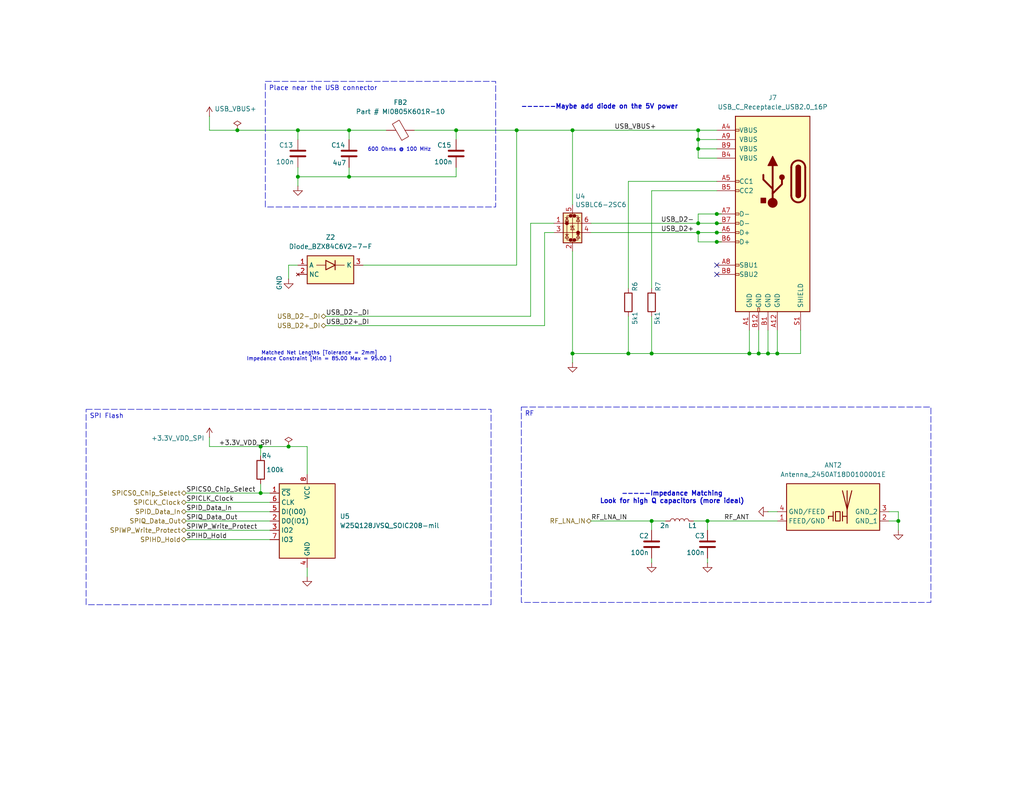
<source format=kicad_sch>
(kicad_sch (version 20231120) (generator "eeschema") (generator_version "8.0")
  (paper "USLetter")
  (lib_symbols
    (symbol "Connector:USB_C_Receptacle_USB2.0_16P" (pin_names (offset 1.016))
      (property "Reference" "J" (at 0 22.225 0))
      (property "Value" "USB_C_Receptacle_USB2.0_16P" (at 0 19.685 0))
      (symbol "USB_C_Receptacle_USB2.0_16P_0_0"
        (rectangle (start 3.556 -34.544) (end 4.064 -35.56))
        (rectangle (start 9.144 14.224) (end 10.16 13.716))
        (rectangle (start 10.16 -25.146) (end 9.144 -25.654))
        (rectangle (start 10.16 -22.606) (end 9.144 -23.114))
        (rectangle (start 10.16 -16.256) (end 9.144 -16.764))
        (rectangle (start 10.16 -13.716) (end 9.144 -14.224))
        (rectangle (start 10.16 -11.176) (end 9.144 -11.684))
        (rectangle (start 10.16 -8.636) (end 9.144 -9.144))
        (rectangle (start 10.16 -2.286) (end 9.144 -2.794))
        (rectangle (start 10.16 0.254) (end 9.144 -0.254))
      )
      (symbol "USB_C_Receptacle_USB2.0_16P_0_1"
        (rectangle (start -10.16 17.78) (end 10.16 -35.56) (stroke (width 0.254)) (fill (type background)))
        (arc (start -8.89 -3.81) (mid -6.985 -5.7067) (end -5.08 -3.81) (stroke (width 0.508)))
        (arc (start -7.62 -3.81) (mid -6.985 -4.4423) (end -6.35 -3.81) (stroke (width 0.254)))
        (arc (start -7.62 -3.81) (mid -6.985 -4.4423) (end -6.35 -3.81) (stroke (width 0.254)) (fill (type outline)))
        (rectangle (start -7.62 -3.81) (end -6.35 3.81) (stroke (width 0.254)) (fill (type outline)))
        (arc (start -6.35 3.81) (mid -6.985 4.4423) (end -7.62 3.81) (stroke (width 0.254)))
        (arc (start -6.35 3.81) (mid -6.985 4.4423) (end -7.62 3.81) (stroke (width 0.254)) (fill (type outline)))
        (arc (start -5.08 3.81) (mid -6.985 5.7067) (end -8.89 3.81) (stroke (width 0.508)))
        (circle (center -2.54 1.143) (radius 0.635) (stroke (width 0.254)) (fill (type outline)))
        (circle (center 0 -5.842) (radius 1.27) (fill (type outline)))
        (polyline (pts (xy -8.89 -3.81) (xy -8.89 3.81)) (stroke (width 0.508)))
        (polyline (pts (xy -5.08 3.81) (xy -5.08 -3.81)) (stroke (width 0.508)))
        (polyline (pts (xy 0 -5.842) (xy 0 4.318)) (stroke (width 0.508)))
        (polyline (pts (xy 0 -3.302) (xy -2.54 -0.762) (xy -2.54 0.508)) (stroke (width 0.508)))
        (polyline (pts (xy 0 -2.032) (xy 2.54 0.508) (xy 2.54 1.778)) (stroke (width 0.508)))
        (polyline (pts (xy -1.27 4.318) (xy 0 6.858) (xy 1.27 4.318) (xy -1.27 4.318)) (stroke (width 0.254)) (fill (type outline)))
        (rectangle (start 1.905 -5.842) (end 3.175 -4.572) (stroke (width 0.254)) (fill (type outline)))
      )
      (symbol "USB_C_Receptacle_USB2.0_16P_1_1"
        (pin passive line (at 6.35 -40.64 90) (length 5.08) (name "GND") (number "A1"))
        (pin passive line (at -1.27 -40.64 90) (length 5.08) (name "GND") (number "A12"))
        (pin passive line (at 15.24 13.97 180) (length 5.08) (name "VBUS") (number "A4"))
        (pin bidirectional line (at 15.24 0 180) (length 5.08) (name "CC1") (number "A5"))
        (pin bidirectional line (at 15.24 -13.97 180) (length 5.08) (name "D+") (number "A6"))
        (pin bidirectional line (at 15.24 -8.89 180) (length 5.08) (name "D-") (number "A7"))
        (pin bidirectional line (at 15.24 -22.86 180) (length 5.08) (name "SBU1") (number "A8"))
        (pin passive line (at 15.24 11.43 180) (length 5.08) (name "VBUS") (number "A9"))
        (pin passive line (at 1.27 -40.64 90) (length 5.08) (name "GND") (number "B1"))
        (pin passive line (at 3.81 -40.64 90) (length 5.08) (name "GND") (number "B12"))
        (pin passive line (at 15.24 6.35 180) (length 5.08) (name "VBUS") (number "B4"))
        (pin bidirectional line (at 15.24 -2.54 180) (length 5.08) (name "CC2") (number "B5"))
        (pin bidirectional line (at 15.24 -16.51 180) (length 5.08) (name "D+") (number "B6"))
        (pin bidirectional line (at 15.24 -11.43 180) (length 5.08) (name "D-") (number "B7"))
        (pin bidirectional line (at 15.24 -25.4 180) (length 5.08) (name "SBU2") (number "B8"))
        (pin passive line (at 15.24 8.89 180) (length 5.08) (name "VBUS") (number "B9"))
        (pin passive line (at -7.62 -40.64 90) (length 5.08) (name "SHIELD") (number "S1"))
      )
    )
    (symbol "Device:C" (pin_numbers hide) (pin_names (offset 0.254))
      (property "Reference" "C" (at 0.635 2.54 0))
      (property "Value" "C" (at 0.635 -2.54 0))
      (symbol "C_0_1"
        (polyline (pts (xy -2.032 -0.762) (xy 2.032 -0.762)) (stroke (width 0.508)))
        (polyline (pts (xy -2.032 0.762) (xy 2.032 0.762)) (stroke (width 0.508)))
      )
      (symbol "C_1_1"
        (pin passive line (at 0 3.81 270) (length 2.794) (name "~") (number "1"))
        (pin passive line (at 0 -3.81 90) (length 2.794) (name "~") (number "2"))
      )
    )
    (symbol "Device:FerriteBead" (pin_numbers hide) (pin_names (offset 0))
      (property "Reference" "FB" (at -3.81 0.635 90))
      (property "Value" "FerriteBead" (at 3.81 0 90))
      (symbol "FerriteBead_0_1"
        (polyline (pts (xy 0 -1.27) (xy 0 -1.2192)))
        (polyline (pts (xy 0 1.27) (xy 0 1.2954)))
        (polyline (pts (xy -2.7686 0.4064) (xy -1.7018 2.2606) (xy 2.7686 -0.3048) (xy 1.6764 -2.159) (xy -2.7686 0.4064)))
      )
      (symbol "FerriteBead_1_1"
        (pin passive line (at 0 3.81 270) (length 2.54) (name "~") (number "1"))
        (pin passive line (at 0 -3.81 90) (length 2.54) (name "~") (number "2"))
      )
    )
    (symbol "Device:L" (pin_numbers hide) (pin_names (offset 1.016) hide)
      (property "Reference" "L" (at -1.27 0 90))
      (property "Value" "L" (at 1.905 0 90))
      (symbol "L_0_1"
        (arc (start 0 -2.54) (mid 0.6323 -1.905) (end 0 -1.27))
        (arc (start 0 -1.27) (mid 0.6323 -0.635) (end 0 0))
        (arc (start 0 0) (mid 0.6323 0.635) (end 0 1.27))
        (arc (start 0 1.27) (mid 0.6323 1.905) (end 0 2.54))
      )
      (symbol "L_1_1"
        (pin passive line (at 0 3.81 270) (length 1.27) (name "1") (number "1"))
        (pin passive line (at 0 -3.81 90) (length 1.27) (name "2") (number "2"))
      )
    )
    (symbol "Device:R" (pin_numbers hide) (pin_names (offset 0))
      (property "Reference" "R" (at 2.032 0 90))
      (property "Value" "R" (at 0 0 90))
      (symbol "R_0_1"
        (rectangle (start -1.016 -2.54) (end 1.016 2.54) (stroke (width 0.254)))
      )
      (symbol "R_1_1"
        (pin passive line (at 0 3.81 270) (length 1.27) (name "~") (number "1"))
        (pin passive line (at 0 -3.81 90) (length 1.27) (name "~") (number "2"))
      )
    )
    (symbol "Memory_Flash:W25Q128JVS"
      (property "Reference" "U" (at -6.35 11.43 0))
      (property "Value" "W25Q128JVS" (at 7.62 11.43 0))
      (symbol "W25Q128JVS_0_1"
        (rectangle (start -7.62 10.16) (end 7.62 -10.16) (stroke (width 0.254)) (fill (type background)))
      )
      (symbol "W25Q128JVS_1_1"
        (pin input line (at -10.16 7.62 0) (length 2.54) (name "~{CS}") (number "1"))
        (pin bidirectional line (at -10.16 0 0) (length 2.54) (name "DO(IO1)") (number "2"))
        (pin bidirectional line (at -10.16 -2.54 0) (length 2.54) (name "IO2") (number "3"))
        (pin power_in line (at 0 -12.7 90) (length 2.54) (name "GND") (number "4"))
        (pin bidirectional line (at -10.16 2.54 0) (length 2.54) (name "DI(IO0)") (number "5"))
        (pin input line (at -10.16 5.08 0) (length 2.54) (name "CLK") (number "6"))
        (pin bidirectional line (at -10.16 -5.08 0) (length 2.54) (name "IO3") (number "7"))
        (pin power_in line (at 0 12.7 270) (length 2.54) (name "VCC") (number "8"))
      )
    )
    (symbol "Personal_Projects:Antenna_2450AT18D0100001E"
      (property "Reference" "ANT" (at 15.24 12.7 0))
      (property "Value" "Antenna_2450AT18D0100001E" (at 3.556 10.16 0))
      (symbol "Antenna_2450AT18D0100001E_0_1"
        (polyline (pts (xy 16.51 -1.27) (xy 16.51 -1.905)) (stroke (width 0.254)))
        (polyline (pts (xy 16.51 -1.27) (xy 17.78 -1.27)) (stroke (width 0.254)))
        (polyline (pts (xy 20.32 -1.27) (xy 21.59 -1.27)) (stroke (width 0.254)))
        (polyline (pts (xy 20.32 0) (xy 20.32 -2.54)) (stroke (width 0.254)))
        (polyline (pts (xy 21.59 -1.905) (xy 21.59 -1.27)))
        (polyline (pts (xy 21.59 5.715) (xy 21.59 -3.175)) (stroke (width 0.254)))
        (polyline (pts (xy 17.78 0) (xy 17.78 -2.54) (xy 17.78 -1.27)) (stroke (width 0.254)))
        (polyline (pts (xy 22.86 5.715) (xy 21.59 0.635) (xy 20.32 5.715)) (stroke (width 0.254)))
        (polyline (pts (xy 18.415 0) (xy 19.685 0) (xy 19.685 -2.54) (xy 18.415 -2.54) (xy 18.415 0)) (stroke (width 0.254)))
      )
      (symbol "Antenna_2450AT18D0100001E_1_1"
        (rectangle (start 5.08 7.62) (end 30.48 -5.08) (stroke (width 0.254)) (fill (type background)))
        (pin passive line (at 2.54 -2.54 0) (length 2.54) (name "FEED/GND") (number "1"))
        (pin passive line (at 33.02 -2.54 180) (length 2.54) (name "GND_1") (number "2"))
        (pin passive line (at 33.02 0 180) (length 2.54) (name "GND_2") (number "3"))
        (pin passive line (at 2.54 0 0) (length 2.54) (name "GND/FEED") (number "4"))
      )
    )
    (symbol "Personal_Projects:Diode_BZX84C6V2-7-F"
      (property "Reference" "Z" (at 7.366 7.62 0))
      (property "Value" "Diode_BZX84C6V2-7-F" (at 0.508 5.08 0))
      (symbol "Diode_BZX84C6V2-7-F_0_1"
        (polyline (pts (xy 5.08 0) (xy 7.62 0)))
        (polyline (pts (xy 10.16 0) (xy 12.7 0)))
        (polyline (pts (xy 10.16 1.27) (xy 10.16 -1.27)) (stroke (width 0.254)))
        (polyline (pts (xy 7.62 1.27) (xy 7.62 -1.27) (xy 10.16 0) (xy 7.62 1.27)) (stroke (width 0.254)))
      )
      (symbol "Diode_BZX84C6V2-7-F_1_1"
        (rectangle (start 2.54 2.54) (end 15.24 -5.08) (stroke (width 0.254)) (fill (type background)))
        (pin passive line (at 0 0 0) (length 2.54) (name "A") (number "1"))
        (pin no_connect line (at 0 -2.54 0) (length 2.54) (name "NC") (number "2"))
        (pin passive line (at 17.78 0 180) (length 2.54) (name "K") (number "3"))
      )
    )
    (symbol "Power_Protection:USBLC6-2SC6" (pin_names hide)
      (property "Reference" "U" (at 0.635 5.715 0))
      (property "Value" "USBLC6-2SC6" (at 0.635 3.81 0))
      (symbol "USBLC6-2SC6_0_0"
        (circle (center -1.524 0) (radius 0.0001) (stroke (width 0.508)))
        (circle (center -0.508 -4.572) (radius 0.0001) (stroke (width 0.508)))
        (circle (center -0.508 2.032) (radius 0.0001) (stroke (width 0.508)))
        (circle (center 0.508 -4.572) (radius 0.0001) (stroke (width 0.508)))
        (circle (center 0.508 2.032) (radius 0.0001) (stroke (width 0.508)))
        (circle (center 1.524 -2.54) (radius 0.0001) (stroke (width 0.508)))
      )
      (symbol "USBLC6-2SC6_0_1"
        (polyline (pts (xy -2.54 -2.54) (xy 2.54 -2.54)))
        (polyline (pts (xy -2.54 0) (xy 2.54 0)))
        (polyline (pts (xy -2.032 -3.048) (xy -1.016 -3.048)))
        (polyline (pts (xy -1.016 1.524) (xy -2.032 1.524)))
        (polyline (pts (xy 1.016 -3.048) (xy 2.032 -3.048)))
        (polyline (pts (xy 1.016 1.524) (xy 2.032 1.524)))
        (polyline (pts (xy -0.508 -1.143) (xy -0.508 -0.762) (xy 0.508 -0.762)))
        (polyline (pts (xy -2.032 0.508) (xy -1.016 0.508) (xy -1.524 1.524) (xy -2.032 0.508)))
        (polyline (pts (xy -1.016 -4.064) (xy -2.032 -4.064) (xy -1.524 -3.048) (xy -1.016 -4.064)))
        (polyline (pts (xy 0.508 -1.778) (xy -0.508 -1.778) (xy 0 -0.762) (xy 0.508 -1.778)))
        (polyline (pts (xy 2.032 -4.064) (xy 1.016 -4.064) (xy 1.524 -3.048) (xy 2.032 -4.064)))
        (polyline (pts (xy 2.032 0.508) (xy 1.016 0.508) (xy 1.524 1.524) (xy 2.032 0.508)))
        (polyline (pts (xy 0 2.54) (xy -0.508 2.032) (xy 0.508 2.032) (xy 0 1.524) (xy 0 -4.064) (xy -0.508 -4.572) (xy 0.508 -4.572) (xy 0 -5.08)))
      )
      (symbol "USBLC6-2SC6_1_1"
        (rectangle (start -2.54 2.794) (end 2.54 -5.334) (stroke (width 0.254)) (fill (type background)))
        (polyline (pts (xy -0.508 2.032) (xy -1.524 2.032) (xy -1.524 -4.572) (xy -0.508 -4.572)))
        (polyline (pts (xy 0.508 -4.572) (xy 1.524 -4.572) (xy 1.524 2.032) (xy 0.508 2.032)))
        (pin passive line (at -5.08 0 0) (length 2.54) (name "I/O1") (number "1"))
        (pin passive line (at 0 -7.62 90) (length 2.54) (name "GND") (number "2"))
        (pin passive line (at -5.08 -2.54 0) (length 2.54) (name "I/O2") (number "3"))
        (pin passive line (at 5.08 -2.54 180) (length 2.54) (name "I/O2") (number "4"))
        (pin passive line (at 0 5.08 270) (length 2.54) (name "VBUS") (number "5"))
        (pin passive line (at 5.08 0 180) (length 2.54) (name "I/O1") (number "6"))
      )
    )
    (symbol "power:+3.3V" (power) (pin_numbers hide) (pin_names (offset 0) hide)
      (property "Value" "+3.3V" (at 0 3.556 0))
      (symbol "+3.3V_0_1"
        (polyline (pts (xy -0.762 1.27) (xy 0 2.54)))
        (polyline (pts (xy 0 0) (xy 0 2.54)))
        (polyline (pts (xy 0 2.54) (xy 0.762 1.27)))
      )
      (symbol "+3.3V_1_1"
        (pin power_in line (at 0 0 90) (length 0) (name "~") (number "1"))
      )
    )
    (symbol "power:GND" (power) (pin_numbers hide) (pin_names (offset 0) hide)
      (property "Value" "GND" (at 0 -3.81 0))
      (symbol "GND_0_1"
        (polyline (pts (xy 0 0) (xy 0 -1.27) (xy 1.27 -1.27) (xy 0 -2.54) (xy -1.27 -1.27) (xy 0 -1.27)))
      )
      (symbol "GND_1_1"
        (pin power_in line (at 0 0 270) (length 0) (name "~") (number "1"))
      )
    )
    (symbol "power:PWR_FLAG" (power) (pin_numbers hide) (pin_names (offset 0) hide)
      (property "Value" "PWR_FLAG" (at 0 3.81 0))
      (symbol "PWR_FLAG_0_0"
        (pin power_out line (at 0 0 90) (length 0) (name "~") (number "1"))
      )
      (symbol "PWR_FLAG_0_1"
        (polyline (pts (xy 0 0) (xy 0 1.27) (xy -1.016 1.905) (xy 0 2.54) (xy 1.016 1.905) (xy 0 1.27)))
      )
    )
  )
  (junction (at 212.09 96.52))
  (junction (at 95.25 48.26))
  (junction (at 207.01 96.52))
  (junction (at 195.58 58.42))
  (junction (at 195.58 60.96))
  (junction (at 190.5 40.64))
  (junction (at 81.28 48.26))
  (junction (at 78.74 121.92))
  (junction (at 195.58 66.04))
  (junction (at 193.04 142.24))
  (junction (at 71.12 134.62))
  (junction (at 177.8 142.24))
  (junction (at 204.47 96.52))
  (junction (at 156.21 96.52))
  (junction (at 190.5 63.5))
  (junction (at 81.28 35.56))
  (junction (at 140.97 35.56))
  (junction (at 245.11 142.24))
  (junction (at 209.55 96.52))
  (junction (at 190.5 35.56))
  (junction (at 171.45 96.52))
  (junction (at 177.8 96.52))
  (junction (at 195.58 63.5))
  (junction (at 156.21 35.56))
  (junction (at 64.77 35.56))
  (junction (at 95.25 35.56))
  (junction (at 190.5 38.1))
  (junction (at 124.46 35.56))
  (junction (at 71.12 121.92))
  (junction (at 190.5 60.96))
  (no_connect (at 195.58 74.93))
  (no_connect (at 195.58 72.39))
  (wire (pts (xy 212.09 90.17) (xy 212.09 96.52)))
  (wire (pts (xy 95.25 45.72) (xy 95.25 48.26)))
  (wire (pts (xy 50.8 144.78) (xy 73.66 144.78)))
  (wire (pts (xy 156.21 35.56) (xy 190.5 35.56)))
  (wire (pts (xy 245.11 139.7) (xy 245.11 142.24)))
  (wire (pts (xy 57.15 35.56) (xy 57.15 31.75)))
  (wire (pts (xy 83.82 129.54) (xy 83.82 121.92)))
  (wire (pts (xy 78.74 121.92) (xy 83.82 121.92)))
  (wire (pts (xy 207.01 96.52) (xy 204.47 96.52)))
  (wire (pts (xy 71.12 121.92) (xy 78.74 121.92)))
  (wire (pts (xy 212.09 96.52) (xy 209.55 96.52)))
  (wire (pts (xy 156.21 35.56) (xy 156.21 55.88)))
  (wire (pts (xy 190.5 60.96) (xy 195.58 60.96)))
  (wire (pts (xy 161.29 63.5) (xy 190.5 63.5)))
  (wire (pts (xy 245.11 142.24) (xy 245.11 144.78)))
  (wire (pts (xy 81.28 45.72) (xy 81.28 48.26)))
  (wire (pts (xy 193.04 142.24) (xy 212.09 142.24)))
  (wire (pts (xy 71.12 134.62) (xy 73.66 134.62)))
  (wire (pts (xy 57.15 121.92) (xy 71.12 121.92)))
  (wire (pts (xy 209.55 90.17) (xy 209.55 96.52)))
  (wire (pts (xy 190.5 58.42) (xy 190.5 60.96)))
  (wire (pts (xy 195.58 63.5) (xy 196.85 63.5)))
  (wire (pts (xy 195.58 49.53) (xy 171.45 49.53)))
  (wire (pts (xy 177.8 142.24) (xy 161.29 142.24)))
  (wire (pts (xy 218.44 90.17) (xy 218.44 96.52)))
  (wire (pts (xy 144.78 60.96) (xy 151.13 60.96)))
  (wire (pts (xy 71.12 121.92) (xy 71.12 124.46)))
  (wire (pts (xy 140.97 35.56) (xy 140.97 72.39)))
  (wire (pts (xy 177.8 96.52) (xy 171.45 96.52)))
  (wire (pts (xy 242.57 139.7) (xy 245.11 139.7)))
  (wire (pts (xy 171.45 86.36) (xy 171.45 96.52)))
  (wire (pts (xy 57.15 119.38) (xy 57.15 121.92)))
  (wire (pts (xy 50.8 142.24) (xy 73.66 142.24)))
  (wire (pts (xy 190.5 40.64) (xy 195.58 40.64)))
  (wire (pts (xy 196.85 66.04) (xy 195.58 66.04)))
  (wire (pts (xy 95.25 48.26) (xy 124.46 48.26)))
  (wire (pts (xy 81.28 48.26) (xy 95.25 48.26)))
  (wire (pts (xy 99.06 72.39) (xy 140.97 72.39)))
  (wire (pts (xy 195.58 43.18) (xy 190.5 43.18)))
  (wire (pts (xy 190.5 43.18) (xy 190.5 40.64)))
  (wire (pts (xy 50.8 139.7) (xy 73.66 139.7)))
  (wire (pts (xy 190.5 66.04) (xy 190.5 63.5)))
  (wire (pts (xy 50.8 147.32) (xy 73.66 147.32)))
  (wire (pts (xy 161.29 60.96) (xy 190.5 60.96)))
  (wire (pts (xy 209.55 139.7) (xy 212.09 139.7)))
  (wire (pts (xy 189.23 142.24) (xy 193.04 142.24)))
  (wire (pts (xy 88.9 88.9) (xy 148.59 88.9)))
  (wire (pts (xy 140.97 35.56) (xy 156.21 35.56)))
  (wire (pts (xy 88.9 86.36) (xy 144.78 86.36)))
  (wire (pts (xy 50.8 134.62) (xy 71.12 134.62)))
  (wire (pts (xy 71.12 132.08) (xy 71.12 134.62)))
  (wire (pts (xy 177.8 152.4) (xy 177.8 153.67)))
  (wire (pts (xy 144.78 86.36) (xy 144.78 60.96)))
  (wire (pts (xy 156.21 96.52) (xy 156.21 99.06)))
  (wire (pts (xy 171.45 49.53) (xy 171.45 78.74)))
  (wire (pts (xy 195.58 52.07) (xy 177.8 52.07)))
  (wire (pts (xy 204.47 90.17) (xy 204.47 96.52)))
  (wire (pts (xy 83.82 154.94) (xy 83.82 157.48)))
  (wire (pts (xy 81.28 35.56) (xy 95.25 35.56)))
  (wire (pts (xy 181.61 142.24) (xy 177.8 142.24)))
  (wire (pts (xy 190.5 40.64) (xy 190.5 38.1)))
  (wire (pts (xy 177.8 86.36) (xy 177.8 96.52)))
  (wire (pts (xy 193.04 152.4) (xy 193.04 153.67)))
  (wire (pts (xy 95.25 35.56) (xy 105.41 35.56)))
  (wire (pts (xy 64.77 35.56) (xy 81.28 35.56)))
  (wire (pts (xy 177.8 96.52) (xy 204.47 96.52)))
  (wire (pts (xy 171.45 96.52) (xy 156.21 96.52)))
  (wire (pts (xy 81.28 35.56) (xy 81.28 38.1)))
  (wire (pts (xy 113.03 35.56) (xy 124.46 35.56)))
  (wire (pts (xy 50.8 137.16) (xy 73.66 137.16)))
  (wire (pts (xy 190.5 63.5) (xy 195.58 63.5)))
  (wire (pts (xy 177.8 142.24) (xy 177.8 144.78)))
  (wire (pts (xy 193.04 142.24) (xy 193.04 144.78)))
  (wire (pts (xy 57.15 35.56) (xy 64.77 35.56)))
  (wire (pts (xy 196.85 58.42) (xy 195.58 58.42)))
  (wire (pts (xy 124.46 35.56) (xy 124.46 38.1)))
  (wire (pts (xy 148.59 88.9) (xy 148.59 63.5)))
  (wire (pts (xy 242.57 142.24) (xy 245.11 142.24)))
  (wire (pts (xy 124.46 35.56) (xy 140.97 35.56)))
  (wire (pts (xy 78.74 72.39) (xy 78.74 76.2)))
  (wire (pts (xy 81.28 72.39) (xy 78.74 72.39)))
  (wire (pts (xy 218.44 96.52) (xy 212.09 96.52)))
  (wire (pts (xy 207.01 90.17) (xy 207.01 96.52)))
  (wire (pts (xy 195.58 60.96) (xy 196.85 60.96)))
  (wire (pts (xy 124.46 48.26) (xy 124.46 45.72)))
  (wire (pts (xy 195.58 58.42) (xy 190.5 58.42)))
  (wire (pts (xy 81.28 48.26) (xy 81.28 50.8)))
  (wire (pts (xy 195.58 66.04) (xy 190.5 66.04)))
  (wire (pts (xy 195.58 38.1) (xy 190.5 38.1)))
  (wire (pts (xy 156.21 68.58) (xy 156.21 96.52)))
  (wire (pts (xy 148.59 63.5) (xy 151.13 63.5)))
  (wire (pts (xy 190.5 35.56) (xy 195.58 35.56)))
  (wire (pts (xy 190.5 38.1) (xy 190.5 35.56)))
  (wire (pts (xy 177.8 52.07) (xy 177.8 78.74)))
  (wire (pts (xy 209.55 96.52) (xy 207.01 96.52)))
  (wire (pts (xy 95.25 35.56) (xy 95.25 38.1)))
  (text_box "SPI Flash" (at 23.495 111.76 0) (size 110.49 53.34) (stroke (width 0) (type dash)) (effects (font (size 1.27 1.27)) (justify left top)))
  (text_box "RF" (at 142.24 111.125 0) (size 111.76 53.34) (stroke (width 0) (type dash)) (effects (font (size 1.27 1.27)) (justify left top)))
  (text_box "Place near the USB connector" (at 72.39 22.225 0) (size 62.865 34.29) (stroke (width 0) (type dash)) (effects (font (size 1.27 1.27)) (justify left top)))
  (text "Matched Net Lengths [Tolerance = 2mm]\nImpedance Constraint [Min = 85.00 Max = 95.00 ]" (at 87.122 97.282 0) (effects (font (size 1 1))))
  (text "-----Impedance Matching\nLook for high Q capacitors (more ideal)" (at 183.388 135.89 0) (effects (font (size 1.27 1.27) (thickness 0.254) (bold yes))))
  (text "------Maybe add diode on the 5V power" (at 163.576 29.21 0) (effects (font (size 1.27 1.27) (thickness 0.254) (bold yes))))
  (text "600 Ohms @ 100 MHz" (at 108.966 40.894 0) (effects (font (size 1 1))))
  (label "SPICS0_Chip_Select" (at 50.8 134.62 0))
  (label "USB_VBUS+" (at 167.64 35.56 0))
  (label "RF_LNA_IN" (at 161.29 142.24 0))
  (label "SPICLK_Clock" (at 50.8 137.16 0))
  (label "SPIHD_Hold" (at 50.8 147.32 0))
  (label "USB_D2+" (at 180.34 63.5 0))
  (label "+3.3V_VDD_SPI" (at 59.69 121.92 0))
  (label "SPID_Data_In" (at 50.8 139.7 0))
  (label "SPIWP_Write_Protect" (at 50.8 144.78 0))
  (label "USB_D2-_DI" (at 88.9 86.36 0))
  (label "USB_D2+_DI" (at 88.9 88.9 0))
  (label "USB_D2-" (at 180.34 60.96 0))
  (label "RF_ANT" (at 204.47 142.24 180))
  (label "SPIQ_Data_Out" (at 50.8 142.24 0))
  (hierarchical_label "SPIQ_Data_Out" (shape bidirectional) (at 50.8 142.24 180))
  (hierarchical_label "USB_D2-_DI" (shape bidirectional) (at 88.9 86.36 180))
  (hierarchical_label "SPICS0_Chip_Select" (shape bidirectional) (at 50.8 134.62 180))
  (hierarchical_label "USB_D2+_DI" (shape bidirectional) (at 88.9 88.9 180))
  (hierarchical_label "SPIWP_Write_Protect" (shape bidirectional) (at 50.8 144.78 180))
  (hierarchical_label "SPID_Data_In" (shape bidirectional) (at 50.8 139.7 180))
  (hierarchical_label "SPICLK_Clock" (shape bidirectional) (at 50.8 137.16 180))
  (hierarchical_label "RF_LNA_IN" (shape bidirectional) (at 161.29 142.24 180))
  (hierarchical_label "SPIHD_Hold" (shape bidirectional) (at 50.8 147.32 180))
  (symbol (lib_id "Personal_Projects:Diode_BZX84C6V2-7-F") (at 81.28 72.39 0) (unit 1)
    (property "Reference" "Z2" (at 90.17 64.77 0))
    (property "Value" "Diode_BZX84C6V2-7-F" (at 90.17 67.31 0))
    (property "Footprint" "Personal_Project:Diode_BZX84C6V2_SOT96P240X110-3N" (effects (hide yes)))
    (property "Datasheet" "https://www.diodes.com/assets/Datasheets/ds18001.pdf" (effects (hide yes)))
    (property "Description" "Diodes Inc BZX84C6V2-7-F Zener Diode, 6.2V 7% 350 mW SMT 3-Pin SOT-23" (effects (hide yes)))
    (property "Height" "1.1" (effects (hide yes)))
    (property "Manufacturer_Name" "Diodes Incorporated" (effects (hide yes)))
    (property "Manufacturer_Part_Number" "BZX84C6V2-7-F" (effects (hide yes)))
    (property "Mouser Part Number" "621-BZX84C6V2-F" (effects (hide yes)))
    (property "Mouser Price/Stock" "https://www.mouser.co.uk/ProductDetail/Diodes-Incorporated/BZX84C6V2-7-F?qs=aJBzJax2afcxmuPRCgcecQ%3D%3D" (effects (hide yes)))
    (property "Arrow Part Number" "BZX84C6V2-7-F" (effects (hide yes)))
    (property "Arrow Price/Stock" "https://www.arrow.com/en/products/bzx84c6v2-7-f/diodes-incorporated?utm_currency=USD&region=europe" (effects (hide yes)))
  )
  (symbol (lib_id "Device:C") (at 177.8 148.59 0) (mirror y) (unit 1)
    (property "Reference" "C2" (at 177.038 146.304 0) (effects (justify left)))
    (property "Value" "100n" (at 177.038 150.876 0) (effects (justify left)))
    (property "Footprint" "Capacitor_SMD:C_0603_1608Metric" (effects (hide yes)))
    (property "Description" "Unpolarized capacitor" (effects (hide yes)))
  )
  (symbol (lib_id "power:PWR_FLAG") (at 78.74 121.92 0) (unit 1)
    (property "Reference" "#FLG01" (effects (hide yes)))
    (property "Value" "PWR_FLAG" (effects (hide yes)))
    (property "Description" "Special symbol for telling ERC where power comes from" (effects (hide yes)))
  )
  (symbol (lib_id "power:GND") (at 209.55 139.7 270) (mirror x) (unit 1)
    (property "Reference" "#PWR022" (effects (hide yes)))
    (property "Value" "GND" (effects (hide yes)))
    (property "Description" "Power symbol creates a global label with name \"GND\" , ground" (effects (hide yes)))
  )
  (symbol (lib_id "Power_Protection:USBLC6-2SC6") (at 156.21 60.96 0) (unit 1)
    (property "Reference" "U4" (at 156.972 53.594 0) (effects (justify left)))
    (property "Value" "USBLC6-2SC6" (at 156.972 55.88 0) (effects (justify left)))
    (property "Footprint" "Package_TO_SOT_SMD:SOT-23-6" (effects (hide yes)))
    (property "Datasheet" "https://www.st.com/resource/en/datasheet/usblc6-2.pdf" (effects (hide yes)))
    (property "Description" "Very low capacitance ESD protection diode, 2 data-line, SOT-23-6" (effects (hide yes)))
  )
  (symbol (lib_id "Device:R") (at 177.8 82.55 0) (unit 1)
    (property "Reference" "R7" (at 179.578 78.232 90))
    (property "Value" "5k1" (at 179.324 86.868 90))
    (property "Footprint" "Resistor_SMD:R_0805_2012Metric" (effects (hide yes)))
    (property "Description" "Resistor" (effects (hide yes)))
  )
  (symbol (lib_id "Device:FerriteBead") (at 109.22 35.56 270) (mirror x) (unit 1)
    (property "Reference" "FB2" (at 109.2708 27.94 90))
    (property "Value" "Part # MI0805K601R-10" (at 109.2708 30.48 90))
    (property "Footprint" "Capacitor_SMD:C_0805_2012Metric" (effects (hide yes)))
    (property "Description" "Ferrite bead" (effects (hide yes)))
  )
  (symbol (lib_id "power:PWR_FLAG") (at 64.77 35.56 0) (unit 1)
    (property "Reference" "#FLG03" (effects (hide yes)))
    (property "Value" "PWR_FLAG" (effects (hide yes)))
    (property "Description" "Special symbol for telling ERC where power comes from" (effects (hide yes)))
  )
  (symbol (lib_id "Device:R") (at 171.45 82.55 0) (unit 1)
    (property "Reference" "R6" (at 173.228 78.232 90))
    (property "Value" "5k1" (at 173.228 86.868 90))
    (property "Footprint" "Resistor_SMD:R_0805_2012Metric" (effects (hide yes)))
    (property "Description" "Resistor" (effects (hide yes)))
  )
  (symbol (lib_id "power:GND") (at 83.82 157.48 0) (unit 1)
    (property "Reference" "#PWR030" (effects (hide yes)))
    (property "Value" "GND" (effects (hide yes)))
    (property "Description" "Power symbol creates a global label with name \"GND\" , ground" (effects (hide yes)))
  )
  (symbol (lib_id "power:GND") (at 245.11 144.78 0) (mirror y) (unit 1)
    (property "Reference" "#PWR023" (effects (hide yes)))
    (property "Value" "GND" (effects (hide yes)))
    (property "Description" "Power symbol creates a global label with name \"GND\" , ground" (effects (hide yes)))
  )
  (symbol (lib_id "Device:C") (at 95.25 41.91 0) (mirror y) (unit 1)
    (property "Reference" "C14" (at 94.234 39.624 0) (effects (justify left)))
    (property "Value" "4u7" (at 94.488 44.45 0) (effects (justify left)))
    (property "Footprint" "Capacitor_SMD:C_0805_2012Metric" (effects (hide yes)))
    (property "Description" "Unpolarized capacitor" (effects (hide yes)))
  )
  (symbol (lib_id "power:+3.3V") (at 57.15 119.38 0) (unit 1)
    (property "Reference" "#PWR035" (effects (hide yes)))
    (property "Value" "+3.3V_VDD_SPI" (at 48.514 119.634 0))
    (property "Description" "Power symbol creates a global label with name \"+3.3V\"" (effects (hide yes)))
  )
  (symbol (lib_id "power:GND") (at 78.74 76.2 0) (unit 1)
    (property "Reference" "#PWR047" (effects (hide yes)))
    (property "Value" "GND" (at 76.2 79.248 90) (effects (justify left)))
    (property "Description" "Power symbol creates a global label with name \"GND\" , ground" (effects (hide yes)))
  )
  (symbol (lib_id "Device:C") (at 193.04 148.59 0) (mirror y) (unit 1)
    (property "Reference" "C3" (at 192.278 146.304 0) (effects (justify left)))
    (property "Value" "100n" (at 192.278 150.876 0) (effects (justify left)))
    (property "Footprint" "Capacitor_SMD:C_0603_1608Metric" (effects (hide yes)))
    (property "Description" "Unpolarized capacitor" (effects (hide yes)))
  )
  (symbol (lib_id "power:GND") (at 81.28 50.8 0) (mirror y) (unit 1)
    (property "Reference" "#PWR048" (effects (hide yes)))
    (property "Value" "GND" (effects (hide yes)))
    (property "Description" "Power symbol creates a global label with name \"GND\" , ground" (effects (hide yes)))
  )
  (symbol (lib_id "power:+3.3V") (at 57.15 31.75 0) (unit 1)
    (property "Reference" "#PWR045" (effects (hide yes)))
    (property "Value" "USB_VBUS+" (at 64.262 29.718 0))
    (property "Description" "Power symbol creates a global label with name \"+3.3V\"" (effects (hide yes)))
  )
  (symbol (lib_id "Personal_Projects:Antenna_2450AT18D0100001E") (at 209.55 139.7 0) (unit 1)
    (property "Reference" "ANT2" (at 227.33 127 0))
    (property "Value" "Antenna_2450AT18D0100001E" (at 227.33 129.54 0))
    (property "Footprint" "Personal_Project:Antenna_2450AT18D0100001E" (effects (hide yes)))
    (property "Datasheet" "https://www.digikey.ph/en/products/detail/johanson-technology-inc/2450AT18D0100001E/4770685?msockid=39f1ec84d77b6f4428b7f904d6676eed" (effects (hide yes)))
    (property "Description" "2.4GHz Chip RF Antenna 2.4GHz ~ 2.5GHz 1.5dBi Solder Surface Mount" (effects (hide yes)))
    (property "Height" "1.3" (effects (hide yes)))
    (property "Mouser Part Number" "609-2450AT18D0100001" (effects (hide yes)))
    (property "Mouser Price/Stock" "https://www.mouser.co.uk/ProductDetail/Johanson-Technology/2450AT18D0100001E?qs=jRuttqqUwMRyzkW5QhJruA%3D%3D" (effects (hide yes)))
    (property "Manufacturer_Name" "JOHANSON TECHNOLOGY" (effects (hide yes)))
    (property "Manufacturer_Part_Number" "2450AT18D0100001E" (effects (hide yes)))
  )
  (symbol (lib_id "Device:R") (at 71.12 128.27 0) (unit 1)
    (property "Reference" "R4" (at 71.374 124.46 0) (effects (justify left)))
    (property "Value" "100k" (at 72.644 128.27 0) (effects (justify left)))
    (property "Footprint" "Resistor_SMD:R_0805_2012Metric" (effects (hide yes)))
    (property "Description" "Resistor" (effects (hide yes)))
  )
  (symbol (lib_id "power:GND") (at 193.04 153.67 0) (mirror y) (unit 1)
    (property "Reference" "#PWR016" (effects (hide yes)))
    (property "Value" "GND" (effects (hide yes)))
    (property "Description" "Power symbol creates a global label with name \"GND\" , ground" (effects (hide yes)))
  )
  (symbol (lib_id "Device:L") (at 185.42 142.24 270) (mirror x) (unit 1)
    (property "Reference" "L1" (at 188.976 143.51 90))
    (property "Value" "2n" (at 181.356 143.51 90))
    (property "Footprint" "Inductor_SMD:L_0603_1608Metric" (effects (hide yes)))
    (property "Description" "Inductor" (effects (hide yes)))
  )
  (symbol (lib_id "Connector:USB_C_Receptacle_USB2.0_16P") (at 210.82 49.53 0) (mirror y) (unit 1)
    (property "Reference" "J7" (at 210.82 26.67 0))
    (property "Value" "USB_C_Receptacle_USB2.0_16P" (at 210.82 29.21 0))
    (property "Footprint" "Connector_USB:USB_C_Receptacle_HRO_TYPE-C-31-M-12" (effects (hide yes)))
    (property "Datasheet" "https://www.usb.org/sites/default/files/documents/usb_type-c.zip" (effects (hide yes)))
    (property "Description" "USB 2.0-only 16P Type-C Receptacle connector" (effects (hide yes)))
  )
  (symbol (lib_id "Device:C") (at 81.28 41.91 0) (mirror y) (unit 1)
    (property "Reference" "C13" (at 80.01 39.624 0) (effects (justify left)))
    (property "Value" "100n" (at 80.264 44.196 0) (effects (justify left)))
    (property "Footprint" "Capacitor_SMD:C_0805_2012Metric" (effects (hide yes)))
    (property "Description" "Unpolarized capacitor" (effects (hide yes)))
  )
  (symbol (lib_id "Device:C") (at 124.46 41.91 0) (mirror y) (unit 1)
    (property "Reference" "C15" (at 123.19 39.624 0) (effects (justify left)))
    (property "Value" "100n" (at 123.444 44.196 0) (effects (justify left)))
    (property "Footprint" "Capacitor_SMD:C_0805_2012Metric" (effects (hide yes)))
    (property "Description" "Unpolarized capacitor" (effects (hide yes)))
  )
  (symbol (lib_id "Memory_Flash:W25Q128JVS") (at 83.82 142.24 0) (unit 1)
    (property "Reference" "U5" (at 92.71 140.9699 0) (effects (justify left)))
    (property "Value" "W25Q128JVSQ_SOIC208-mil" (at 92.71 143.5099 0) (effects (justify left)))
    (property "Footprint" "Package_SO:SOIC-8_5.23x5.23mm_P1.27mm" (effects (hide yes)))
    (property "Datasheet" "https://www.winbond.com/resource-files/w25q128jv_dtr%20revc%2003272018%20plus.pdf" (effects (hide yes)))
    (property "Description" "128Mb Serial Flash Memory, Standard/Dual/Quad SPI, SOIC-8" (effects (hide yes)))
  )
  (symbol (lib_id "power:GND") (at 177.8 153.67 0) (mirror y) (unit 1)
    (property "Reference" "#PWR012" (effects (hide yes)))
    (property "Value" "GND" (effects (hide yes)))
    (property "Description" "Power symbol creates a global label with name \"GND\" , ground" (effects (hide yes)))
  )
  (symbol (lib_id "power:GND") (at 156.21 99.06 0) (unit 1)
    (property "Reference" "#PWR049" (effects (hide yes)))
    (property "Value" "GND" (effects (hide yes)))
    (property "Description" "Power symbol creates a global label with name \"GND\" , ground" (effects (hide yes)))
  )
)
</source>
